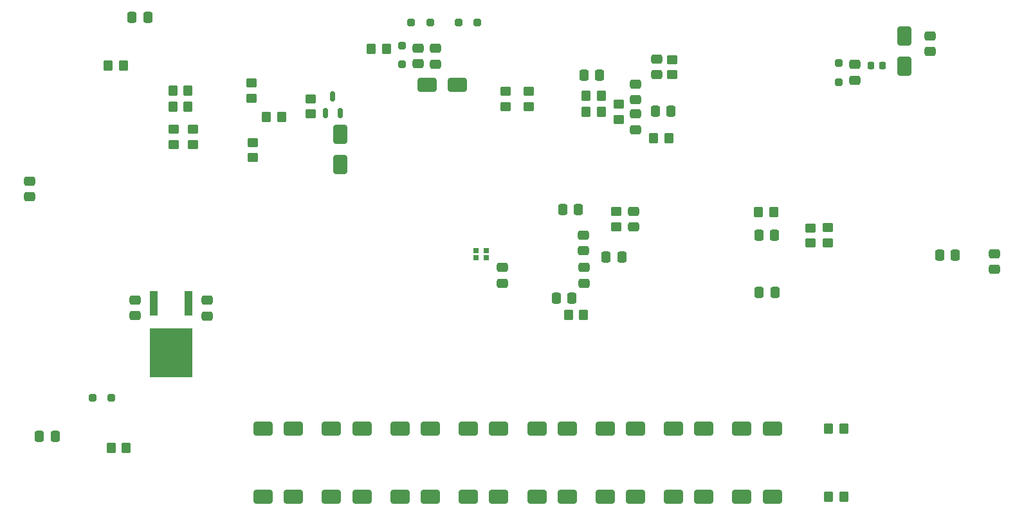
<source format=gbp>
G04 #@! TF.GenerationSoftware,KiCad,Pcbnew,7.0.10*
G04 #@! TF.CreationDate,2024-03-07T14:57:28-05:00*
G04 #@! TF.ProjectId,ECE477_PCBDesign,45434534-3737-45f5-9043-424465736967,1*
G04 #@! TF.SameCoordinates,Original*
G04 #@! TF.FileFunction,Paste,Bot*
G04 #@! TF.FilePolarity,Positive*
%FSLAX46Y46*%
G04 Gerber Fmt 4.6, Leading zero omitted, Abs format (unit mm)*
G04 Created by KiCad (PCBNEW 7.0.10) date 2024-03-07 14:57:28*
%MOMM*%
%LPD*%
G01*
G04 APERTURE LIST*
G04 Aperture macros list*
%AMRoundRect*
0 Rectangle with rounded corners*
0 $1 Rounding radius*
0 $2 $3 $4 $5 $6 $7 $8 $9 X,Y pos of 4 corners*
0 Add a 4 corners polygon primitive as box body*
4,1,4,$2,$3,$4,$5,$6,$7,$8,$9,$2,$3,0*
0 Add four circle primitives for the rounded corners*
1,1,$1+$1,$2,$3*
1,1,$1+$1,$4,$5*
1,1,$1+$1,$6,$7*
1,1,$1+$1,$8,$9*
0 Add four rect primitives between the rounded corners*
20,1,$1+$1,$2,$3,$4,$5,0*
20,1,$1+$1,$4,$5,$6,$7,0*
20,1,$1+$1,$6,$7,$8,$9,0*
20,1,$1+$1,$8,$9,$2,$3,0*%
G04 Aperture macros list end*
%ADD10RoundRect,0.250000X-0.337500X-0.475000X0.337500X-0.475000X0.337500X0.475000X-0.337500X0.475000X0*%
%ADD11RoundRect,0.250000X1.000000X0.650000X-1.000000X0.650000X-1.000000X-0.650000X1.000000X-0.650000X0*%
%ADD12RoundRect,0.250000X-0.350000X-0.450000X0.350000X-0.450000X0.350000X0.450000X-0.350000X0.450000X0*%
%ADD13RoundRect,0.250000X0.350000X0.450000X-0.350000X0.450000X-0.350000X-0.450000X0.350000X-0.450000X0*%
%ADD14RoundRect,0.250000X-0.450000X0.350000X-0.450000X-0.350000X0.450000X-0.350000X0.450000X0.350000X0*%
%ADD15RoundRect,0.218750X0.218750X0.256250X-0.218750X0.256250X-0.218750X-0.256250X0.218750X-0.256250X0*%
%ADD16RoundRect,0.250000X0.475000X-0.337500X0.475000X0.337500X-0.475000X0.337500X-0.475000X-0.337500X0*%
%ADD17RoundRect,0.250000X0.450000X-0.350000X0.450000X0.350000X-0.450000X0.350000X-0.450000X-0.350000X0*%
%ADD18RoundRect,0.250000X0.337500X0.475000X-0.337500X0.475000X-0.337500X-0.475000X0.337500X-0.475000X0*%
%ADD19R,0.700000X0.640000*%
%ADD20RoundRect,0.250000X0.250000X-0.250000X0.250000X0.250000X-0.250000X0.250000X-0.250000X-0.250000X0*%
%ADD21RoundRect,0.250000X0.250000X0.250000X-0.250000X0.250000X-0.250000X-0.250000X0.250000X-0.250000X0*%
%ADD22RoundRect,0.250000X-0.475000X0.337500X-0.475000X-0.337500X0.475000X-0.337500X0.475000X0.337500X0*%
%ADD23RoundRect,0.250000X-0.250000X0.250000X-0.250000X-0.250000X0.250000X-0.250000X0.250000X0.250000X0*%
%ADD24RoundRect,0.250000X0.650000X-1.000000X0.650000X1.000000X-0.650000X1.000000X-0.650000X-1.000000X0*%
%ADD25RoundRect,0.150000X0.150000X-0.512500X0.150000X0.512500X-0.150000X0.512500X-0.150000X-0.512500X0*%
%ADD26RoundRect,0.250000X-0.250000X-0.250000X0.250000X-0.250000X0.250000X0.250000X-0.250000X0.250000X0*%
%ADD27R,1.117600X3.302000*%
%ADD28R,5.689600X6.400800*%
%ADD29RoundRect,0.250000X-0.650000X1.000000X-0.650000X-1.000000X0.650000X-1.000000X0.650000X1.000000X0*%
%ADD30RoundRect,0.250000X-1.000000X-0.650000X1.000000X-0.650000X1.000000X0.650000X-1.000000X0.650000X0*%
G04 APERTURE END LIST*
D10*
X252782500Y-134365000D03*
X254857500Y-134365000D03*
D11*
X254575000Y-159825000D03*
X250575000Y-159825000D03*
D12*
X175675000Y-117400000D03*
X177675000Y-117400000D03*
D11*
X191550000Y-168850000D03*
X187550000Y-168850000D03*
D13*
X203802500Y-109840000D03*
X201802500Y-109840000D03*
D11*
X200550000Y-159850000D03*
X196550000Y-159850000D03*
D14*
X259627500Y-133400000D03*
X259627500Y-135400000D03*
D15*
X269087500Y-112050000D03*
X267512500Y-112050000D03*
D16*
X219025000Y-140712500D03*
X219025000Y-138637500D03*
D17*
X234040000Y-133280000D03*
X234040000Y-131280000D03*
D18*
X278662500Y-136975000D03*
X276587500Y-136975000D03*
X234757500Y-137220000D03*
X232682500Y-137220000D03*
D16*
X236600000Y-120462500D03*
X236600000Y-118387500D03*
D19*
X216950000Y-136405000D03*
X216950000Y-137345000D03*
X215550000Y-137345000D03*
X215550000Y-136405000D03*
D18*
X241250000Y-118020000D03*
X239175000Y-118020000D03*
D16*
X229750000Y-140687500D03*
X229750000Y-138612500D03*
D10*
X170290000Y-105700000D03*
X172365000Y-105700000D03*
D17*
X261847500Y-135390000D03*
X261847500Y-133390000D03*
D20*
X263330000Y-114200000D03*
X263330000Y-111700000D03*
D14*
X234325000Y-117120000D03*
X234325000Y-119120000D03*
D11*
X227575000Y-168825000D03*
X223575000Y-168825000D03*
X245575000Y-159825000D03*
X241575000Y-159825000D03*
D10*
X226962500Y-131025000D03*
X229037500Y-131025000D03*
D21*
X167600000Y-155800000D03*
X165100000Y-155800000D03*
D22*
X283775000Y-136812500D03*
X283775000Y-138887500D03*
D16*
X236270000Y-133287500D03*
X236270000Y-131212500D03*
D13*
X263975000Y-168825000D03*
X261975000Y-168825000D03*
D23*
X205860000Y-109370000D03*
X205860000Y-111870000D03*
D11*
X209550000Y-159850000D03*
X205550000Y-159850000D03*
D16*
X207950000Y-111787500D03*
X207950000Y-109712500D03*
X239400000Y-113212500D03*
X239400000Y-111137500D03*
D24*
X271940000Y-112137500D03*
X271940000Y-108137500D03*
D22*
X156850000Y-127237500D03*
X156850000Y-129312500D03*
X210200000Y-109742500D03*
X210200000Y-111817500D03*
D11*
X209550000Y-168850000D03*
X205550000Y-168850000D03*
D22*
X180150000Y-142937500D03*
X180150000Y-145012500D03*
D13*
X177675000Y-115300000D03*
X175675000Y-115300000D03*
D11*
X227575000Y-159825000D03*
X223575000Y-159825000D03*
D12*
X230050000Y-116030000D03*
X232050000Y-116030000D03*
D17*
X193840000Y-118410000D03*
X193840000Y-116410000D03*
D13*
X229730000Y-144830000D03*
X227730000Y-144830000D03*
D11*
X218550000Y-168825000D03*
X214550000Y-168825000D03*
D10*
X229762500Y-113250000D03*
X231837500Y-113250000D03*
D11*
X191550000Y-159850000D03*
X187550000Y-159850000D03*
D16*
X236600000Y-116512500D03*
X236600000Y-114437500D03*
D11*
X200550000Y-168850000D03*
X196550000Y-168850000D03*
D25*
X197675000Y-118325000D03*
X195775000Y-118325000D03*
X196725000Y-116050000D03*
D26*
X207030000Y-106350000D03*
X209530000Y-106350000D03*
D18*
X160192201Y-160854299D03*
X158117201Y-160854299D03*
D14*
X178300000Y-120437500D03*
X178300000Y-122437500D03*
D10*
X252834701Y-141895000D03*
X254909701Y-141895000D03*
D12*
X238975000Y-121575000D03*
X240975000Y-121575000D03*
D11*
X254575000Y-168825000D03*
X250575000Y-168825000D03*
D22*
X265450000Y-111872500D03*
X265450000Y-113947500D03*
D11*
X218550000Y-159850000D03*
X214550000Y-159850000D03*
D27*
X173134000Y-143306800D03*
D28*
X175420000Y-149860000D03*
D27*
X177706000Y-143306800D03*
D13*
X169170000Y-112000000D03*
X167170000Y-112000000D03*
D17*
X219475000Y-117425000D03*
X219475000Y-115425000D03*
D13*
X190000000Y-118775000D03*
X188000000Y-118775000D03*
D17*
X222475000Y-117425000D03*
X222475000Y-115425000D03*
D29*
X197675000Y-121050000D03*
X197675000Y-125050000D03*
D14*
X186055000Y-114316000D03*
X186055000Y-116316000D03*
D11*
X236575000Y-159825000D03*
X232575000Y-159825000D03*
D17*
X175750000Y-122425000D03*
X175750000Y-120425000D03*
D12*
X252745000Y-131365000D03*
X254745000Y-131365000D03*
D11*
X236575000Y-168825000D03*
X232575000Y-168825000D03*
D13*
X264000000Y-159825000D03*
X262000000Y-159825000D03*
D22*
X275370000Y-108122500D03*
X275370000Y-110197500D03*
X170695000Y-142912500D03*
X170695000Y-144987500D03*
D21*
X215750000Y-106340000D03*
X213250000Y-106340000D03*
D22*
X229725000Y-134337500D03*
X229725000Y-136412500D03*
D13*
X232070000Y-118090000D03*
X230070000Y-118090000D03*
D30*
X209142184Y-114550000D03*
X213142184Y-114550000D03*
D13*
X169529701Y-162379299D03*
X167529701Y-162379299D03*
D17*
X186200000Y-124160000D03*
X186200000Y-122160000D03*
D11*
X245575000Y-168825000D03*
X241575000Y-168825000D03*
D18*
X228197500Y-142670000D03*
X226122500Y-142670000D03*
D17*
X241350000Y-113225000D03*
X241350000Y-111225000D03*
M02*

</source>
